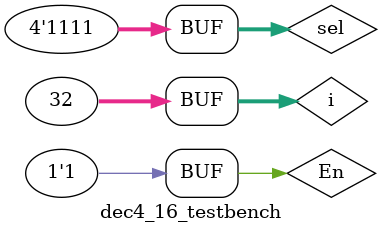
<source format=sv>


`timescale 1ns/10ps

module dec4_16 (DataOut, sel, En);
	output logic [15:0] DataOut;
	input  logic [3:0] sel;
   input  logic En;
	
	logic [3:0] v;
	
	dec2_4 dec1 (.DataOut(v), .sel(sel[3:2]), .En(En));
	dec2_4 dec2 (.DataOut(DataOut[3:0]),   .sel(sel[1:0]), .En(v[0]));
	dec2_4 dec3 (.DataOut(DataOut[7:4]),   .sel(sel[1:0]), .En(v[1]));
	dec2_4 dec4 (.DataOut(DataOut[11:8]),  .sel(sel[1:0]), .En(v[2]));
	dec2_4 dec5 (.DataOut(DataOut[15:12]), .sel(sel[1:0]), .En(v[3]));
endmodule

module dec4_16_testbench();
  logic [15:0] DataOut;
  logic [3:0] sel;
  logic En;

  dec4_16 dut (.DataOut, .sel, .En);

  integer i;
  initial begin
    for(i=0; i<32; i++) begin
      {En, sel} = i; #10;
    end
  end
endmodule 

</source>
